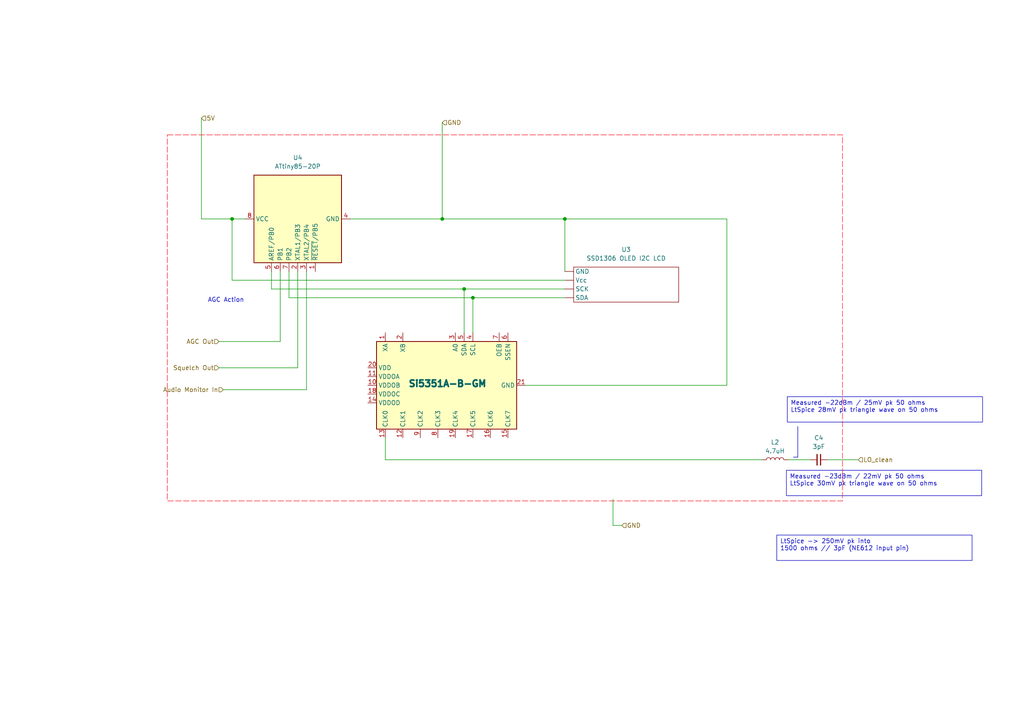
<source format=kicad_sch>
(kicad_sch (version 20231120) (generator "eeschema") (generator_version "8.0")
  (paper "A4")
  (title_block (title "G1OJS Airband Scanner ATTiny85 Si5351 Project") (date "2025-06-15") (rev "1"))
  (lib_symbols
    (symbol "Device:C_Small" (pin_numbers hide) (pin_names (offset 0.254) hide)
      (property "Reference" "C" (at 0.254 1.778 0))
      (property "Value" "C_Small" (at 0.254 -2.032 0))
      (symbol "C_Small_0_1"
        (polyline (pts (xy -1.524 -0.508) (xy 1.524 -0.508)) (stroke (width 0.3302)))
        (polyline (pts (xy -1.524 0.508) (xy 1.524 0.508)) (stroke (width 0.3048)))
      )
      (symbol "C_Small_1_1"
        (pin passive line (at 0 2.54 270) (length 2.032) (name "~") (number "1"))
        (pin passive line (at 0 -2.54 90) (length 2.032) (name "~") (number "2"))
      )
    )
    (symbol "Device:L" (pin_numbers hide) (pin_names (offset 1.016) hide)
      (property "Reference" "L" (at -1.27 0 90))
      (property "Value" "L" (at 1.905 0 90))
      (symbol "L_0_1"
        (arc (start 0 -2.54) (mid 0.6323 -1.905) (end 0 -1.27))
        (arc (start 0 -1.27) (mid 0.6323 -0.635) (end 0 0))
        (arc (start 0 0) (mid 0.6323 0.635) (end 0 1.27))
        (arc (start 0 1.27) (mid 0.6323 1.905) (end 0 2.54))
      )
      (symbol "L_1_1"
        (pin passive line (at 0 3.81 270) (length 1.27) (name "1") (number "1"))
        (pin passive line (at 0 -3.81 90) (length 1.27) (name "2") (number "2"))
      )
    )
    (symbol "MCU_Microchip_ATtiny:ATtiny85-20P"
      (property "Reference" "U" (at -12.7 13.97 0))
      (property "Value" "ATtiny85-20P" (at 2.54 -13.97 0))
      (symbol "ATtiny85-20P_0_1"
        (rectangle (start -12.7 -12.7) (end 12.7 12.7) (stroke (width 0.254)) (fill (type background)))
      )
      (symbol "ATtiny85-20P_1_1"
        (pin bidirectional line (at 15.24 -5.08 180) (length 2.54) (name "~{RESET}/PB5") (number "1"))
        (pin bidirectional line (at 15.24 0 180) (length 2.54) (name "XTAL1/PB3") (number "2"))
        (pin bidirectional line (at 15.24 -2.54 180) (length 2.54) (name "XTAL2/PB4") (number "3"))
        (pin power_in line (at 0 -15.24 90) (length 2.54) (name "GND") (number "4"))
        (pin bidirectional line (at 15.24 7.62 180) (length 2.54) (name "AREF/PB0") (number "5"))
        (pin bidirectional line (at 15.24 5.08 180) (length 2.54) (name "PB1") (number "6"))
        (pin bidirectional line (at 15.24 2.54 180) (length 2.54) (name "PB2") (number "7"))
        (pin power_in line (at 0 15.24 270) (length 2.54) (name "VCC") (number "8"))
      )
    )
    (symbol "Oscillator:Si5351A-B-GM"
      (property "Reference" "Y" (at -12.7 21.59 0))
      (property "Value" "Si5351A-B-GM" (at -13.97 -22.86 0))
      (symbol "Si5351A-B-GM_1_1"
        (rectangle (start -12.7 20.32) (end 12.7 -20.32) (stroke (width 0.254)) (fill (type background)))
        (pin input line (at -15.24 17.78 0) (length 2.54) (name "XA") (number "1"))
        (pin power_in line (at 0 22.86 270) (length 2.54) (name "VDDOB") (number "10"))
        (pin power_in line (at -2.54 22.86 270) (length 2.54) (name "VDDOA") (number "11"))
        (pin output line (at 15.24 12.7 180) (length 2.54) (name "CLK1") (number "12"))
        (pin output line (at 15.24 17.78 180) (length 2.54) (name "CLK0") (number "13"))
        (pin power_in line (at 5.08 22.86 270) (length 2.54) (name "VDDOD") (number "14"))
        (pin output line (at 15.24 -17.78 180) (length 2.54) (name "CLK7") (number "15"))
        (pin output line (at 15.24 -12.7 180) (length 2.54) (name "CLK6") (number "16"))
        (pin output line (at 15.24 -7.62 180) (length 2.54) (name "CLK5") (number "17"))
        (pin power_in line (at 2.54 22.86 270) (length 2.54) (name "VDDOC") (number "18"))
        (pin output line (at 15.24 -2.54 180) (length 2.54) (name "CLK4") (number "19"))
        (pin input line (at -15.24 12.7 0) (length 2.54) (name "XB") (number "2"))
        (pin power_in line (at -5.08 22.86 270) (length 2.54) (name "VDD") (number "20"))
        (pin power_in line (at 0 -22.86 90) (length 2.54) (name "GND") (number "21"))
        (pin input line (at -15.24 -2.54 0) (length 2.54) (name "A0") (number "3"))
        (pin input line (at -15.24 -7.62 0) (length 2.54) (name "SCL") (number "4"))
        (pin bidirectional line (at -15.24 -5.08 0) (length 2.54) (name "SDA") (number "5"))
        (pin input line (at -15.24 -17.78 0) (length 2.54) (name "SSEN") (number "6"))
        (pin input line (at -15.24 -15.24 0) (length 2.54) (name "OEB") (number "7"))
        (pin output line (at 15.24 2.54 180) (length 2.54) (name "CLK3") (number "8"))
        (pin output line (at 15.24 7.62 180) (length 2.54) (name "CLK2") (number "9"))
      )
    )
    (symbol "z_LCDs:SSD1306_OLED_I2C_LCD"
      (property "Reference" "U" (at 0 7.112 0))
      (property "Value" "SSD1306 OLED I2C LCD" (at -3.556 3.81 0))
      (symbol "SSD1306_OLED_I2C_LCD_0_1"
        (rectangle (start -15.24 5.08) (end 15.24 -5.08))
      )
      (symbol "SSD1306_OLED_I2C_LCD_1_1"
        (pin power_in line (at 17.78 3.81 180) (length 2.54) (name "GND") (number ""))
        (pin bidirectional line (at 17.78 -1.27 180) (length 2.54) (name "SCK") (number ""))
        (pin input line (at 17.78 -3.81 180) (length 2.54) (name "SDA") (number ""))
        (pin power_in line (at 17.78 1.27 180) (length 2.54) (name "Vcc") (number ""))
      )
    )
  )
  (junction (at 134.62 83.82))
  (junction (at 163.83 63.5))
  (junction (at 137.16 86.36))
  (junction (at 128.27 63.5))
  (junction (at 67.31 63.5))
  (wire (pts (xy 163.83 83.82) (xy 134.62 83.82)))
  (wire (pts (xy 228.6 133.35) (xy 234.95 133.35)))
  (wire (pts (xy 64.77 113.03) (xy 88.9 113.03)))
  (polyline (pts (xy 231.394 123.698) (xy 231.394 132.588)))
  (wire (pts (xy 163.83 63.5) (xy 210.82 63.5)))
  (wire (pts (xy 88.9 78.74) (xy 88.9 113.03)))
  (polyline (pts (xy 230.124 132.588) (xy 231.394 132.588)))
  (wire (pts (xy 58.42 34.29) (xy 58.42 63.5)))
  (wire (pts (xy 134.62 83.82) (xy 78.74 83.82)))
  (wire (pts (xy 128.27 35.56) (xy 128.27 63.5)))
  (wire (pts (xy 83.82 86.36) (xy 137.16 86.36)))
  (wire (pts (xy 86.36 78.74) (xy 86.36 106.68)))
  (wire (pts (xy 240.03 133.35) (xy 248.92 133.35)))
  (wire (pts (xy 137.16 96.52) (xy 137.16 86.36)))
  (wire (pts (xy 111.76 133.35) (xy 220.98 133.35)))
  (wire (pts (xy 210.82 111.76) (xy 210.82 63.5)))
  (wire (pts (xy 67.31 81.28) (xy 67.31 63.5)))
  (wire (pts (xy 67.31 63.5) (xy 58.42 63.5)))
  (wire (pts (xy 111.76 133.35) (xy 111.76 127)))
  (wire (pts (xy 180.34 152.4) (xy 177.8 152.4)))
  (wire (pts (xy 67.31 81.28) (xy 163.83 81.28)))
  (wire (pts (xy 128.27 63.5) (xy 163.83 63.5)))
  (wire (pts (xy 152.4 111.76) (xy 210.82 111.76)))
  (wire (pts (xy 101.6 63.5) (xy 128.27 63.5)))
  (wire (pts (xy 71.12 63.5) (xy 67.31 63.5)))
  (wire (pts (xy 86.36 106.68) (xy 63.5 106.68)))
  (wire (pts (xy 81.28 99.06) (xy 63.5 99.06)))
  (wire (pts (xy 81.28 78.74) (xy 81.28 99.06)))
  (wire (pts (xy 163.83 63.5) (xy 163.83 78.74)))
  (wire (pts (xy 78.74 78.74) (xy 78.74 83.82)))
  (wire (pts (xy 137.16 86.36) (xy 163.83 86.36)))
  (wire (pts (xy 134.62 83.82) (xy 134.62 96.52)))
  (wire (pts (xy 177.8 152.4) (xy 177.8 144.78)))
  (wire (pts (xy 83.82 78.74) (xy 83.82 86.36)))
  (rectangle (start 48.514 39.116) (end 244.348 145.288) (stroke (width 0) (type dash) (color 255 17 33 1)))
  (text_box "Measured -23dBm / 22mV pk 50 ohms\nLtSpice 30mV pk triangle wave on 50 ohms" (at 228.092 136.398 0) (size 56.642 7.366) (effects (font (size 1.27 1.27)) (justify left top)))
  (text_box "LtSpice -> 250mV pk into \n1500 ohms // 3pF (NE612 input pin)" (at 225.298 155.194 0) (size 56.642 7.366) (effects (font (size 1.27 1.27)) (justify left top)))
  (text_box "Measured -22dBm / 25mV pk 50 ohms\nLtSpice 28mV pk triangle wave on 50 ohms" (at 228.346 115.062 0) (size 56.642 7.366) (effects (font (size 1.27 1.27)) (justify left top)))
  (text "AGC Action" (at 65.532 87.122 0) (effects (font (size 1.27 1.27))))
  (hierarchical_label "AGC Out" (shape input) (at 63.5 99.06 180))
  (hierarchical_label "LO_clean" (shape input) (at 248.92 133.35 0))
  (hierarchical_label "Audio Monitor In" (shape input) (at 64.77 113.03 180))
  (hierarchical_label "GND" (shape input) (at 180.34 152.4 0))
  (hierarchical_label "Squelch Out" (shape input) (at 63.5 106.68 180))
  (hierarchical_label "5V" (shape input) (at 58.42 34.29 0))
  (hierarchical_label "GND" (shape input) (at 128.27 35.56 0))
  (symbol (lib_id "z_LCDs:SSD1306_OLED_I2C_LCD") (at 181.61 82.55 0) (mirror y) (unit 1) (on_board no)
    (property "Reference" "U3" (at 181.61 72.39 0))
    (property "Value" "SSD1306 OLED I2C LCD" (at 181.61 74.93 0))
  )
  (symbol (lib_id "Oscillator:Si5351A-B-GM") (at 129.54 111.76 90) (mirror x) (unit 1) (on_board no)
    (property "Reference" "Y1" (effects (hide yes)))
    (property "Value" "Si5351A-B-GM" (at 129.794 111.252 90) (effects (font (size 1.905 1.905) (thickness 0.508) (bold yes))))
    (property "Footprint" "Package_DFN_QFN:QFN-20-1EP_4x4mm_P0.5mm_EP2.7x2.7mm" (effects (hide yes)))
    (property "Datasheet" "https://www.silabs.com/documents/public/data-sheets/Si5351-B.pdf" (effects (hide yes)))
    (property "Description" "I2C Programmable Any-Frequency CMOS Clock Generator, QFN-20" (effects (hide yes)))
  )
  (symbol (lib_id "Device:L") (at 224.79 133.35 270) (mirror x) (unit 1)
    (property "Reference" "L2" (at 224.79 128.27 90))
    (property "Value" "4.7uH" (at 224.79 130.81 90))
    (property "Footprint" "z_Inductor:Inductor_Axial_L10.0mm_D7.9mm_P10.0mm_Horizontal" (effects (hide yes)))
    (property "Description" "Inductor" (effects (hide yes)))
  )
  (symbol (lib_id "Device:C_Small") (at 237.49 133.35 270) (mirror x) (unit 1)
    (property "Reference" "C4" (at 237.4837 127 90))
    (property "Value" "3pF" (at 237.4837 129.54 90))
    (property "Footprint" "Capacitor_THT:C_Disc_D3.0mm_W2.0mm_P2.50mm" (effects (hide yes)))
    (property "Description" "Unpolarized capacitor, small symbol" (effects (hide yes)))
  )
  (symbol (lib_id "MCU_Microchip_ATtiny:ATtiny85-20P") (at 86.36 63.5 90) (mirror x) (unit 1)
    (property "Reference" "U4" (at 86.36 45.72 90))
    (property "Value" "ATtiny85-20P" (at 86.36 48.26 90))
    (property "Footprint" "Package_DIP:DIP-8_W7.62mm" (effects (hide yes)))
    (property "Datasheet" "http://ww1.microchip.com/downloads/en/DeviceDoc/atmel-2586-avr-8-bit-microcontroller-attiny25-attiny45-attiny85_datasheet.pdf" (effects (hide yes)))
    (property "Description" "20MHz, 8kB Flash, 512B SRAM, 512B EEPROM, debugWIRE, DIP-8" (effects (hide yes)))
  )
)
</source>
